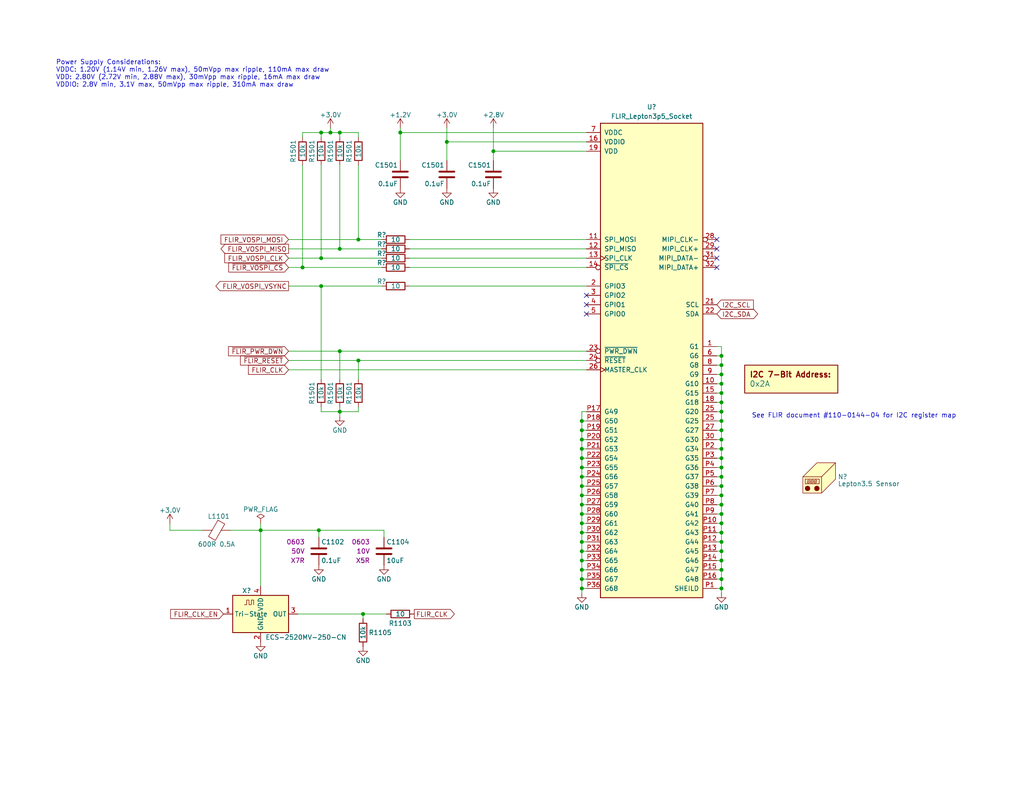
<source format=kicad_sch>
(kicad_sch (version 20230121) (generator eeschema)
  (paper "A")
  (title_block (title "Thermal Camera") (date "2023-11-13") (rev "PRELIM") (company "Drew Maatman and Michael Laffin"))
  (lib_symbols
    (symbol "Custom Library:+1.2V" (power) (pin_names (offset 0))
      (property "Value" "+1.2V" (at 0 3.556 0))
      (symbol "+1.2V_0_1"
        (polyline (pts (xy -0.762 1.27) (xy 0 2.54)))
        (polyline (pts (xy 0 0) (xy 0 2.54)))
        (polyline (pts (xy 0 2.54) (xy 0.762 1.27)))
      )
      (symbol "+1.2V_1_1"
        (pin power_in line (at 0 0 90) (length 0) hide (name "+1.2V") (number "1"))
      )
    )
    (symbol "Custom Library:+2.8V" (power) (pin_names (offset 0))
      (property "Value" "+2.8V" (at 0 3.556 0))
      (symbol "+2.8V_0_1"
        (polyline (pts (xy -0.762 1.27) (xy 0 2.54)))
        (polyline (pts (xy 0 0) (xy 0 2.54)))
        (polyline (pts (xy 0 2.54) (xy 0.762 1.27)))
      )
      (symbol "+2.8V_1_1"
        (pin power_in line (at 0 0 90) (length 0) hide (name "+2.8V") (number "1"))
      )
    )
    (symbol "Custom Library:+3.0V" (power) (pin_names (offset 0))
      (property "Value" "+3.0V" (at 0 3.556 0))
      (symbol "+3.0V_0_1"
        (polyline (pts (xy -0.762 1.27) (xy 0 2.54)))
        (polyline (pts (xy 0 0) (xy 0 2.54)))
        (polyline (pts (xy 0 2.54) (xy 0.762 1.27)))
      )
      (symbol "+3.0V_1_1"
        (pin power_in line (at 0 0 90) (length 0) hide (name "+3.0V") (number "1"))
      )
    )
    (symbol "Custom Library:FLIR_Lepton3p5_Socket" (pin_names (offset 1.016))
      (property "Reference" "U?" (at 0 -67.31 0))
      (property "Value" "FLIR_Lepton3p5_Socket" (at 0 66.04 0))
      (symbol "FLIR_Lepton3p5_Socket_0_0"
        (rectangle (start -13.97 64.77) (end 13.97 -64.77) (stroke (width 0.254)) (fill (type background)))
      )
      (symbol "FLIR_Lepton3p5_Socket_1_0"
        (pin power_in line (at 17.78 3.81 180) (length 3.81) (name "G1") (number "1"))
        (pin power_in line (at 17.78 -6.35 180) (length 3.81) (name "G10") (number "10"))
        (pin input line (at -17.78 33.02 0) (length 3.81) (name "SPI_MOSI") (number "11"))
        (pin input line (at -17.78 30.48 0) (length 3.81) (name "SPI_MISO") (number "12"))
        (pin input clock (at -17.78 27.94 0) (length 3.81) (name "SPI_CLK") (number "13"))
        (pin input inverted (at -17.78 25.4 0) (length 3.81) (name "~{SPI_CS}") (number "14"))
        (pin power_in line (at 17.78 -8.89 180) (length 3.81) (name "G15") (number "15"))
        (pin power_in line (at -17.78 59.69 0) (length 3.81) (name "VDDIO") (number "16"))
        (pin no_connect line (at -17.78 10.16 0) (length 3.81) hide (name "NC") (number "17"))
        (pin power_in line (at 17.78 -11.43 180) (length 3.81) (name "G18") (number "18"))
        (pin power_in line (at -17.78 57.15 0) (length 3.81) (name "VDD") (number "19"))
        (pin input line (at -17.78 20.32 0) (length 3.81) (name "GPIO3") (number "2"))
        (pin input line (at 17.78 15.24 180) (length 3.81) (name "SCL") (number "21"))
        (pin bidirectional line (at 17.78 12.7 180) (length 3.81) (name "SDA") (number "22"))
        (pin input inverted (at -17.78 2.54 0) (length 3.81) (name "~{PWR_DWN}") (number "23"))
        (pin input inverted (at -17.78 0 0) (length 3.81) (name "~{RESET}") (number "24"))
        (pin power_in line (at 17.78 -13.97 180) (length 3.81) (name "G20") (number "25"))
        (pin power_in line (at 17.78 -16.51 180) (length 3.81) (name "G25") (number "25"))
        (pin input clock (at -17.78 -2.54 0) (length 3.81) (name "MASTER_CLK") (number "26"))
        (pin power_in line (at 17.78 -19.05 180) (length 3.81) (name "G27") (number "27"))
        (pin input inverted (at 17.78 33.02 180) (length 3.81) (name "MIPI_CLK-") (number "28"))
        (pin input line (at 17.78 30.48 180) (length 3.81) (name "MIPI_CLK+") (number "29"))
        (pin input line (at -17.78 17.78 0) (length 3.81) (name "GPIO2") (number "3"))
        (pin power_in line (at 17.78 -21.59 180) (length 3.81) (name "G30") (number "30"))
        (pin output inverted (at 17.78 27.94 180) (length 3.81) (name "MIPI_DATA-") (number "31"))
        (pin output line (at 17.78 25.4 180) (length 3.81) (name "MIPI_DATA+") (number "32"))
        (pin input line (at -17.78 15.24 0) (length 3.81) (name "GPIO1") (number "4"))
        (pin input line (at -17.78 12.7 0) (length 3.81) (name "GPIO0") (number "5"))
        (pin power_in line (at 17.78 1.27 180) (length 3.81) (name "G6") (number "6"))
        (pin power_in line (at -17.78 62.23 0) (length 3.81) (name "VDDC") (number "7"))
        (pin power_in line (at 17.78 -1.27 180) (length 3.81) (name "G8") (number "8"))
        (pin power_in line (at 17.78 -3.81 180) (length 3.81) (name "G9") (number "9"))
        (pin power_in line (at 17.78 -62.23 180) (length 3.81) (name "SHEILD") (number "P1"))
        (pin power_in line (at 17.78 -44.45 180) (length 3.81) (name "G42") (number "P10"))
        (pin power_in line (at 17.78 -46.99 180) (length 3.81) (name "G43") (number "P11"))
        (pin power_in line (at 17.78 -49.53 180) (length 3.81) (name "G44") (number "P12"))
        (pin power_in line (at 17.78 -52.07 180) (length 3.81) (name "G45") (number "P13"))
        (pin power_in line (at 17.78 -54.61 180) (length 3.81) (name "G46") (number "P14"))
        (pin power_in line (at 17.78 -57.15 180) (length 3.81) (name "G47") (number "P15"))
        (pin power_in line (at 17.78 -59.69 180) (length 3.81) (name "G48") (number "P16"))
        (pin power_in line (at -17.78 -13.97 0) (length 3.81) (name "G49") (number "P17"))
        (pin power_in line (at -17.78 -16.51 0) (length 3.81) (name "G50") (number "P18"))
        (pin power_in line (at -17.78 -19.05 0) (length 3.81) (name "G51") (number "P19"))
        (pin power_in line (at 17.78 -24.13 180) (length 3.81) (name "G34") (number "P2"))
        (pin power_in line (at -17.78 -21.59 0) (length 3.81) (name "G52") (number "P20"))
        (pin power_in line (at -17.78 -24.13 0) (length 3.81) (name "G53") (number "P21"))
        (pin power_in line (at -17.78 -26.67 0) (length 3.81) (name "G54") (number "P22"))
        (pin power_in line (at -17.78 -29.21 0) (length 3.81) (name "G55") (number "P23"))
        (pin power_in line (at -17.78 -31.75 0) (length 3.81) (name "G56") (number "P24"))
        (pin power_in line (at -17.78 -34.29 0) (length 3.81) (name "G57") (number "P25"))
        (pin power_in line (at -17.78 -36.83 0) (length 3.81) (name "G58") (number "P26"))
        (pin power_in line (at -17.78 -39.37 0) (length 3.81) (name "G59") (number "P27"))
        (pin power_in line (at -17.78 -41.91 0) (length 3.81) (name "G60") (number "P28"))
        (pin power_in line (at -17.78 -44.45 0) (length 3.81) (name "G61") (number "P29"))
        (pin power_in line (at 17.78 -26.67 180) (length 3.81) (name "G35") (number "P3"))
        (pin power_in line (at -17.78 -46.99 0) (length 3.81) (name "G62") (number "P30"))
        (pin power_in line (at -17.78 -49.53 0) (length 3.81) (name "G63") (number "P31"))
        (pin power_in line (at -17.78 -52.07 0) (length 3.81) (name "G64") (number "P32"))
        (pin power_in line (at -17.78 -54.61 0) (length 3.81) (name "G65") (number "P33"))
        (pin power_in line (at -17.78 -57.15 0) (length 3.81) (name "G66") (number "P34"))
        (pin power_in line (at -17.78 -59.69 0) (length 3.81) (name "G67") (number "P35"))
        (pin power_in line (at -17.78 -62.23 0) (length 3.81) (name "G68") (number "P36"))
        (pin power_in line (at 17.78 -29.21 180) (length 3.81) (name "G36") (number "P4"))
        (pin power_in line (at 17.78 -31.75 180) (length 3.81) (name "G37") (number "P5"))
        (pin power_in line (at 17.78 -34.29 180) (length 3.81) (name "G38") (number "P6"))
        (pin power_in line (at 17.78 -36.83 180) (length 3.81) (name "G39") (number "P7"))
        (pin power_in line (at 17.78 -39.37 180) (length 3.81) (name "G40") (number "P8"))
        (pin power_in line (at 17.78 -41.91 180) (length 3.81) (name "G41") (number "P9"))
      )
    )
    (symbol "Custom Library:I2C_Address" (pin_names (offset 1.016))
      (property "Value" "I2C_Address" (at -11.43 0 0))
      (symbol "I2C_Address_0_0"
        (rectangle (start -12.7 5.08) (end 12.7 -2.54) (stroke (width 0.254)) (fill (type background)))
        (text "I2C 7-Bit Address:" (at -11.43 2.54 0) (effects (font (size 1.524 1.524) bold) (justify left)))
      )
    )
    (symbol "Custom_Library:C_Custom" (pin_numbers hide) (pin_names (offset 0.254))
      (property "Reference" "C" (at 0.635 2.54 0))
      (property "Value" "Custom_Library_C_Custom" (at 0.635 -2.54 0))
      (property "display_footprint" "Foot" (at -3.81 2.54 0))
      (property "Voltage" "V" (at -3.81 0 0))
      (property "Dielectric" "Er" (at -3.81 -2.54 0))
      (symbol "C_Custom_0_1"
        (polyline (pts (xy -2.032 -0.762) (xy 2.032 -0.762)) (stroke (width 0.508)))
        (polyline (pts (xy -2.032 0.762) (xy 2.032 0.762)) (stroke (width 0.508)))
      )
      (symbol "C_Custom_1_1"
        (pin passive line (at 0 3.81 270) (length 2.794) (name "~") (number "1"))
        (pin passive line (at 0 -3.81 90) (length 2.794) (name "~") (number "2"))
      )
    )
    (symbol "Custom_Library:R_Custom" (pin_numbers hide) (pin_names (offset 1.016) hide)
      (property "Reference" "R" (at -2.54 0 90))
      (property "Value" "Custom_Library_R_Custom" (at 0 0 90))
      (property "display_footprint" "Foot" (at 2.54 0 90))
      (property "Tolerance" "Tol" (at 5.08 0 90))
      (property "Wattage" "W" (at 7.62 0 90))
      (symbol "R_Custom_0_1"
        (rectangle (start 1.016 2.54) (end -1.016 -2.54) (stroke (width 0.254)))
      )
      (symbol "R_Custom_1_1"
        (pin passive line (at 0 3.81 270) (length 1.27) (name "1") (number "1"))
        (pin passive line (at 0 -3.81 90) (length 1.27) (name "2") (number "2"))
      )
    )
    (symbol "Device:Ferrite_Bead" (pin_numbers hide) (pin_names (offset 0))
      (property "Reference" "FB" (at -3.81 0.635 90))
      (property "Value" "Device_Ferrite_Bead" (at 3.81 0 90))
      (symbol "Ferrite_Bead_0_1"
        (polyline (pts (xy 0 -1.27) (xy 0 -1.2192)))
        (polyline (pts (xy 0 1.27) (xy 0 1.2954)))
        (polyline (pts (xy -2.7686 0.4064) (xy -1.7018 2.2606) (xy 2.7686 -0.3048) (xy 1.6764 -2.159) (xy -2.7686 0.4064)))
      )
      (symbol "Ferrite_Bead_1_1"
        (pin passive line (at 0 3.81 270) (length 2.54) (name "~") (number "1"))
        (pin passive line (at 0 -3.81 90) (length 2.54) (name "~") (number "2"))
      )
    )
    (symbol "Mechanical:Housing" (pin_names (offset 1.016))
      (property "Reference" "N" (at 3.81 0 0))
      (property "Value" "Housing" (at 3.81 -1.905 0))
      (symbol "Housing_0_1"
        (rectangle (start -5.08 -0.635) (end -1.27 -1.905))
        (circle (center -4.445 -3.175) (radius 0.635) (fill (type outline)))
        (circle (center -1.905 -3.175) (radius 0.635) (fill (type outline)))
        (polyline (pts (xy -4.5212 -1.5748) (xy -4.4704 -1.3716)))
        (polyline (pts (xy -4.4196 -1.6764) (xy -4.064 -1.6764)))
        (polyline (pts (xy -4.4196 -1.2192) (xy -4.3688 -0.9652)))
        (polyline (pts (xy -4.318 -1.3208) (xy -4.0132 -1.3208)))
        (polyline (pts (xy -4.2164 -0.9144) (xy -3.9116 -0.9144)))
        (polyline (pts (xy -3.9116 -1.6256) (xy -3.8608 -1.3716)))
        (polyline (pts (xy -3.81 -1.2192) (xy -3.7592 -0.9652)))
        (polyline (pts (xy -3.6068 -1.5748) (xy -3.556 -1.3716)))
        (polyline (pts (xy -3.5052 -1.6764) (xy -3.1496 -1.6764)))
        (polyline (pts (xy -3.5052 -1.2192) (xy -3.4544 -0.9652)))
        (polyline (pts (xy -3.4036 -1.3208) (xy -3.0988 -1.3208)))
        (polyline (pts (xy -3.302 -0.9144) (xy -2.9972 -0.9144)))
        (polyline (pts (xy -2.9972 -1.6256) (xy -2.9464 -1.3716)))
        (polyline (pts (xy -2.8956 -1.2192) (xy -2.8448 -0.9652)))
        (polyline (pts (xy -2.6924 -1.5748) (xy -2.6416 -1.3716)))
        (polyline (pts (xy -2.5908 -1.6764) (xy -2.2352 -1.6764)))
        (polyline (pts (xy -2.5908 -1.2192) (xy -2.54 -0.9652)))
        (polyline (pts (xy -2.4892 -1.3208) (xy -2.1844 -1.3208)))
        (polyline (pts (xy -2.3876 -0.9144) (xy -2.0828 -0.9144)))
        (polyline (pts (xy -2.0828 -1.6256) (xy -2.032 -1.3716)))
        (polyline (pts (xy -1.9812 -1.2192) (xy -1.9304 -0.9652)))
        (polyline (pts (xy -0.635 0) (xy -0.635 -4.445)))
        (polyline (pts (xy -5.715 0) (xy -0.635 0) (xy 3.175 3.81)))
        (polyline (pts (xy -5.715 0) (xy -5.715 -4.445) (xy -0.635 -4.445) (xy 3.175 -0.635) (xy 3.175 3.81) (xy -1.905 3.81) (xy -5.715 0)) (fill (type background)))
      )
    )
    (symbol "Oscillator:ECS-2520MV-xxx-xx"
      (property "Reference" "X" (at -5.08 6.35 0))
      (property "Value" "ECS-2520MV-xxx-xx" (at 1.27 -6.35 0))
      (symbol "ECS-2520MV-xxx-xx_0_1"
        (rectangle (start -7.62 5.08) (end 7.62 -5.08) (stroke (width 0.254)) (fill (type background)))
        (polyline (pts (xy -4.445 2.54) (xy -3.81 2.54) (xy -3.81 3.81) (xy -3.175 3.81) (xy -3.175 2.54) (xy -2.54 2.54) (xy -2.54 3.81) (xy -1.905 3.81) (xy -1.905 2.54)))
      )
      (symbol "ECS-2520MV-xxx-xx_1_1"
        (pin input line (at -10.16 0 0) (length 2.54) (name "Tri-State") (number "1"))
        (pin power_in line (at 0 -7.62 90) (length 2.54) (name "GND") (number "2"))
        (pin output line (at 10.16 0 180) (length 2.54) (name "OUT") (number "3"))
        (pin power_in line (at 0 7.62 270) (length 2.54) (name "VDD") (number "4"))
      )
    )
    (symbol "power:GND" (power) (pin_names (offset 0))
      (property "Value" "GND" (at 0 -3.81 0))
      (symbol "GND_0_1"
        (polyline (pts (xy 0 0) (xy 0 -1.27) (xy 1.27 -1.27) (xy 0 -2.54) (xy -1.27 -1.27) (xy 0 -1.27)))
      )
      (symbol "GND_1_1"
        (pin power_in line (at 0 0 270) (length 0) hide (name "GND") (number "1"))
      )
    )
    (symbol "power:PWR_FLAG" (power) (pin_numbers hide) (pin_names (offset 0) hide)
      (property "Value" "PWR_FLAG" (at 0 3.81 0))
      (symbol "PWR_FLAG_0_0"
        (pin power_out line (at 0 0 90) (length 0) (name "pwr") (number "1"))
      )
      (symbol "PWR_FLAG_0_1"
        (polyline (pts (xy 0 0) (xy 0 1.27) (xy -1.016 1.905) (xy 0 2.54) (xy 1.016 1.905) (xy 0 1.27)))
      )
    )
  )
  (junction (at 97.79 98.425))
  (junction (at 158.75 160.655))
  (junction (at 158.75 140.335))
  (junction (at 158.75 132.715))
  (junction (at 196.85 140.335))
  (junction (at 92.71 95.885))
  (junction (at 99.06 167.64))
  (junction (at 97.79 65.405))
  (junction (at 158.75 155.575))
  (junction (at 109.22 36.195))
  (junction (at 196.85 127.635))
  (junction (at 92.71 67.945))
  (junction (at 121.92 38.735))
  (junction (at 158.75 114.935))
  (junction (at 196.85 137.795))
  (junction (at 158.75 125.095))
  (junction (at 196.85 109.855))
  (junction (at 92.71 36.195))
  (junction (at 71.12 144.78))
  (junction (at 158.75 145.415))
  (junction (at 196.85 99.695))
  (junction (at 196.85 117.475))
  (junction (at 196.85 153.035))
  (junction (at 196.85 147.955))
  (junction (at 158.75 127.635))
  (junction (at 196.85 160.655))
  (junction (at 158.75 135.255))
  (junction (at 158.75 122.555))
  (junction (at 158.75 137.795))
  (junction (at 196.85 158.115))
  (junction (at 196.85 104.775))
  (junction (at 196.85 114.935))
  (junction (at 196.85 120.015))
  (junction (at 87.63 70.485))
  (junction (at 196.85 107.315))
  (junction (at 82.55 73.025))
  (junction (at 196.85 122.555))
  (junction (at 158.75 158.115))
  (junction (at 87.63 36.195))
  (junction (at 196.85 132.715))
  (junction (at 196.85 135.255))
  (junction (at 158.75 120.015))
  (junction (at 158.75 147.955))
  (junction (at 196.85 112.395))
  (junction (at 158.75 117.475))
  (junction (at 87.63 78.105))
  (junction (at 158.75 130.175))
  (junction (at 196.85 145.415))
  (junction (at 196.85 130.175))
  (junction (at 196.85 155.575))
  (junction (at 196.85 125.095))
  (junction (at 92.71 112.395))
  (junction (at 196.85 142.875))
  (junction (at 196.85 97.155))
  (junction (at 196.85 102.235))
  (junction (at 158.75 142.875))
  (junction (at 90.17 36.195))
  (junction (at 158.75 150.495))
  (junction (at 86.995 144.78))
  (junction (at 196.85 150.495))
  (junction (at 158.75 153.035))
  (junction (at 134.62 41.275))
  (no_connect (at 160.02 85.725))
  (no_connect (at 160.02 83.185))
  (no_connect (at 195.58 67.945))
  (no_connect (at 195.58 65.405))
  (no_connect (at 195.58 70.485))
  (no_connect (at 160.02 80.645))
  (no_connect (at 195.58 73.025))
  (wire (pts (xy 99.06 167.64) (xy 105.41 167.64)))
  (wire (pts (xy 196.85 140.335) (xy 196.85 137.795)))
  (wire (pts (xy 158.75 155.575) (xy 160.02 155.575)))
  (wire (pts (xy 195.58 150.495) (xy 196.85 150.495)))
  (wire (pts (xy 195.58 102.235) (xy 196.85 102.235)))
  (wire (pts (xy 195.58 104.775) (xy 196.85 104.775)))
  (wire (pts (xy 158.75 142.875) (xy 160.02 142.875)))
  (wire (pts (xy 86.995 144.78) (xy 71.12 144.78)))
  (wire (pts (xy 92.71 112.395) (xy 97.79 112.395)))
  (wire (pts (xy 86.995 144.78) (xy 104.775 144.78)))
  (wire (pts (xy 158.75 158.115) (xy 160.02 158.115)))
  (wire (pts (xy 158.75 125.095) (xy 160.02 125.095)))
  (wire (pts (xy 160.02 38.735) (xy 121.92 38.735)))
  (wire (pts (xy 195.58 112.395) (xy 196.85 112.395)))
  (wire (pts (xy 109.22 36.195) (xy 109.22 43.815)))
  (wire (pts (xy 196.85 107.315) (xy 196.85 104.775)))
  (wire (pts (xy 158.75 145.415) (xy 158.75 142.875)))
  (wire (pts (xy 195.58 99.695) (xy 196.85 99.695)))
  (wire (pts (xy 195.58 120.015) (xy 196.85 120.015)))
  (wire (pts (xy 158.75 132.715) (xy 158.75 130.175)))
  (wire (pts (xy 158.75 160.655) (xy 160.02 160.655)))
  (wire (pts (xy 104.14 67.945) (xy 92.71 67.945)))
  (wire (pts (xy 158.75 145.415) (xy 160.02 145.415)))
  (wire (pts (xy 196.85 127.635) (xy 196.85 125.095)))
  (wire (pts (xy 160.02 36.195) (xy 109.22 36.195)))
  (wire (pts (xy 92.71 36.195) (xy 90.17 36.195)))
  (wire (pts (xy 196.85 120.015) (xy 196.85 117.475)))
  (wire (pts (xy 78.74 100.965) (xy 160.02 100.965)))
  (wire (pts (xy 195.58 97.155) (xy 196.85 97.155)))
  (wire (pts (xy 92.71 95.885) (xy 160.02 95.885)))
  (wire (pts (xy 158.75 137.795) (xy 160.02 137.795)))
  (wire (pts (xy 90.17 36.195) (xy 90.17 34.925)))
  (wire (pts (xy 104.775 144.78) (xy 104.775 146.685)))
  (wire (pts (xy 158.75 153.035) (xy 160.02 153.035)))
  (wire (pts (xy 134.62 41.275) (xy 134.62 43.815)))
  (wire (pts (xy 71.12 144.78) (xy 71.12 160.02)))
  (wire (pts (xy 78.74 95.885) (xy 92.71 95.885)))
  (wire (pts (xy 158.75 122.555) (xy 160.02 122.555)))
  (wire (pts (xy 158.75 142.875) (xy 158.75 140.335)))
  (wire (pts (xy 195.58 137.795) (xy 196.85 137.795)))
  (wire (pts (xy 87.63 112.395) (xy 87.63 111.125)))
  (wire (pts (xy 196.85 147.955) (xy 196.85 145.415)))
  (wire (pts (xy 196.85 112.395) (xy 196.85 109.855)))
  (wire (pts (xy 196.85 160.655) (xy 196.85 158.115)))
  (wire (pts (xy 46.355 144.78) (xy 55.245 144.78)))
  (wire (pts (xy 111.76 65.405) (xy 160.02 65.405)))
  (wire (pts (xy 195.58 125.095) (xy 196.85 125.095)))
  (wire (pts (xy 196.85 161.925) (xy 196.85 160.655)))
  (wire (pts (xy 196.85 104.775) (xy 196.85 102.235)))
  (wire (pts (xy 82.55 73.025) (xy 78.74 73.025)))
  (wire (pts (xy 195.58 114.935) (xy 196.85 114.935)))
  (wire (pts (xy 196.85 94.615) (xy 195.58 94.615)))
  (wire (pts (xy 78.74 78.105) (xy 87.63 78.105)))
  (wire (pts (xy 111.76 73.025) (xy 160.02 73.025)))
  (wire (pts (xy 158.75 130.175) (xy 158.75 127.635)))
  (wire (pts (xy 196.85 130.175) (xy 196.85 127.635)))
  (wire (pts (xy 158.75 137.795) (xy 158.75 135.255)))
  (wire (pts (xy 99.06 168.91) (xy 99.06 167.64)))
  (wire (pts (xy 158.75 114.935) (xy 158.75 112.395)))
  (wire (pts (xy 87.63 112.395) (xy 92.71 112.395)))
  (wire (pts (xy 82.55 36.195) (xy 82.55 37.465)))
  (wire (pts (xy 196.85 135.255) (xy 196.85 132.715)))
  (wire (pts (xy 97.79 36.195) (xy 97.79 37.465)))
  (wire (pts (xy 196.85 109.855) (xy 196.85 107.315)))
  (wire (pts (xy 196.85 102.235) (xy 196.85 99.695)))
  (wire (pts (xy 195.58 127.635) (xy 196.85 127.635)))
  (wire (pts (xy 92.71 112.395) (xy 92.71 113.665)))
  (wire (pts (xy 87.63 36.195) (xy 82.55 36.195)))
  (wire (pts (xy 196.85 137.795) (xy 196.85 135.255)))
  (wire (pts (xy 158.75 153.035) (xy 158.75 150.495)))
  (wire (pts (xy 134.62 34.925) (xy 134.62 41.275)))
  (wire (pts (xy 158.75 114.935) (xy 160.02 114.935)))
  (wire (pts (xy 46.355 142.875) (xy 46.355 144.78)))
  (wire (pts (xy 196.85 153.035) (xy 196.85 150.495)))
  (wire (pts (xy 196.85 125.095) (xy 196.85 122.555)))
  (wire (pts (xy 111.76 67.945) (xy 160.02 67.945)))
  (wire (pts (xy 158.75 150.495) (xy 158.75 147.955)))
  (wire (pts (xy 195.58 140.335) (xy 196.85 140.335)))
  (wire (pts (xy 160.02 41.275) (xy 134.62 41.275)))
  (wire (pts (xy 196.85 142.875) (xy 196.85 140.335)))
  (wire (pts (xy 97.79 111.125) (xy 97.79 112.395)))
  (wire (pts (xy 71.12 142.875) (xy 71.12 144.78)))
  (wire (pts (xy 111.76 78.105) (xy 160.02 78.105)))
  (wire (pts (xy 92.71 45.085) (xy 92.71 67.945)))
  (wire (pts (xy 196.85 132.715) (xy 196.85 130.175)))
  (wire (pts (xy 158.75 147.955) (xy 158.75 145.415)))
  (wire (pts (xy 196.85 114.935) (xy 196.85 112.395)))
  (wire (pts (xy 86.995 146.685) (xy 86.995 144.78)))
  (wire (pts (xy 121.92 34.925) (xy 121.92 38.735)))
  (wire (pts (xy 82.55 45.085) (xy 82.55 73.025)))
  (wire (pts (xy 158.75 125.095) (xy 158.75 122.555)))
  (wire (pts (xy 104.14 65.405) (xy 97.79 65.405)))
  (wire (pts (xy 158.75 135.255) (xy 160.02 135.255)))
  (wire (pts (xy 196.85 117.475) (xy 196.85 114.935)))
  (wire (pts (xy 158.75 155.575) (xy 158.75 153.035)))
  (wire (pts (xy 158.75 160.655) (xy 158.75 158.115)))
  (wire (pts (xy 158.75 147.955) (xy 160.02 147.955)))
  (wire (pts (xy 104.14 73.025) (xy 82.55 73.025)))
  (wire (pts (xy 196.85 99.695) (xy 196.85 97.155)))
  (wire (pts (xy 195.58 135.255) (xy 196.85 135.255)))
  (wire (pts (xy 158.75 158.115) (xy 158.75 155.575)))
  (wire (pts (xy 158.75 117.475) (xy 160.02 117.475)))
  (wire (pts (xy 92.71 36.195) (xy 97.79 36.195)))
  (wire (pts (xy 97.79 98.425) (xy 160.02 98.425)))
  (wire (pts (xy 195.58 142.875) (xy 196.85 142.875)))
  (wire (pts (xy 196.85 158.115) (xy 196.85 155.575)))
  (wire (pts (xy 90.17 36.195) (xy 87.63 36.195)))
  (wire (pts (xy 195.58 107.315) (xy 196.85 107.315)))
  (wire (pts (xy 92.71 95.885) (xy 92.71 103.505)))
  (wire (pts (xy 97.79 98.425) (xy 97.79 103.505)))
  (wire (pts (xy 87.63 36.195) (xy 87.63 37.465)))
  (wire (pts (xy 196.85 97.155) (xy 196.85 94.615)))
  (wire (pts (xy 81.28 167.64) (xy 99.06 167.64)))
  (wire (pts (xy 158.75 140.335) (xy 160.02 140.335)))
  (wire (pts (xy 196.85 160.655) (xy 195.58 160.655)))
  (wire (pts (xy 158.75 127.635) (xy 158.75 125.095)))
  (wire (pts (xy 158.75 117.475) (xy 158.75 114.935)))
  (wire (pts (xy 196.85 145.415) (xy 196.85 142.875)))
  (wire (pts (xy 195.58 147.955) (xy 196.85 147.955)))
  (wire (pts (xy 158.75 112.395) (xy 160.02 112.395)))
  (wire (pts (xy 111.76 70.485) (xy 160.02 70.485)))
  (wire (pts (xy 158.75 132.715) (xy 160.02 132.715)))
  (wire (pts (xy 158.75 127.635) (xy 160.02 127.635)))
  (wire (pts (xy 121.92 38.735) (xy 121.92 43.815)))
  (wire (pts (xy 87.63 78.105) (xy 87.63 103.505)))
  (wire (pts (xy 195.58 153.035) (xy 196.85 153.035)))
  (wire (pts (xy 158.75 140.335) (xy 158.75 137.795)))
  (wire (pts (xy 109.22 34.925) (xy 109.22 36.195)))
  (wire (pts (xy 196.85 122.555) (xy 196.85 120.015)))
  (wire (pts (xy 104.14 70.485) (xy 87.63 70.485)))
  (wire (pts (xy 87.63 70.485) (xy 78.74 70.485)))
  (wire (pts (xy 92.71 112.395) (xy 92.71 111.125)))
  (wire (pts (xy 196.85 150.495) (xy 196.85 147.955)))
  (wire (pts (xy 97.79 45.085) (xy 97.79 65.405)))
  (wire (pts (xy 158.75 150.495) (xy 160.02 150.495)))
  (wire (pts (xy 195.58 145.415) (xy 196.85 145.415)))
  (wire (pts (xy 87.63 78.105) (xy 104.14 78.105)))
  (wire (pts (xy 196.85 155.575) (xy 196.85 153.035)))
  (wire (pts (xy 78.74 98.425) (xy 97.79 98.425)))
  (wire (pts (xy 195.58 109.855) (xy 196.85 109.855)))
  (wire (pts (xy 158.75 135.255) (xy 158.75 132.715)))
  (wire (pts (xy 62.865 144.78) (xy 71.12 144.78)))
  (wire (pts (xy 195.58 130.175) (xy 196.85 130.175)))
  (wire (pts (xy 158.75 120.015) (xy 160.02 120.015)))
  (wire (pts (xy 195.58 132.715) (xy 196.85 132.715)))
  (wire (pts (xy 158.75 122.555) (xy 158.75 120.015)))
  (wire (pts (xy 92.71 37.465) (xy 92.71 36.195)))
  (wire (pts (xy 97.79 65.405) (xy 78.74 65.405)))
  (wire (pts (xy 158.75 120.015) (xy 158.75 117.475)))
  (wire (pts (xy 87.63 45.085) (xy 87.63 70.485)))
  (wire (pts (xy 158.75 130.175) (xy 160.02 130.175)))
  (wire (pts (xy 158.75 161.925) (xy 158.75 160.655)))
  (wire (pts (xy 195.58 155.575) (xy 196.85 155.575)))
  (wire (pts (xy 195.58 158.115) (xy 196.85 158.115)))
  (wire (pts (xy 195.58 122.555) (xy 196.85 122.555)))
  (wire (pts (xy 195.58 117.475) (xy 196.85 117.475)))
  (wire (pts (xy 92.71 67.945) (xy 78.74 67.945)))
  (text "Power Supply Considerations:\nVDDC: 1.20V (1.14V min, 1.26V max), 50mVpp max ripple, 110mA max draw\nVDD: 2.80V (2.72V min, 2.88V max), 30mVpp max ripple, 16mA max draw\nVDDIO: 2.8V min, 3.1V max, 50mVpp max ripple, 310mA max draw\n\n" (at 15.24 26.035 0) (effects (font (size 1.27 1.27)) (justify left bottom)))
  (text "See FLIR document #110-0144-04 for I2C register map" (at 205.105 114.3 0) (effects (font (size 1.27 1.27)) (justify left bottom)))
  (global_label "~{FLIR_VOSPI_CS}" (shape input) (at 78.74 73.025 180) (property "Intersheetrefs" "${INTERSHEET_REFS}" (effects hide)))
  (global_label "FLIR_VOSPI_CLK" (shape input) (at 78.74 70.485 180) (property "Intersheetrefs" "${INTERSHEET_REFS}" (effects hide)))
  (global_label "FLIR_CLK_EN" (shape input) (at 60.96 167.64 180) (property "Intersheetrefs" "${INTERSHEET_REFS}" (effects hide)))
  (global_label "I2C_SCL" (shape input) (at 195.58 83.185 0) (property "Intersheetrefs" "${INTERSHEET_REFS}" (effects hide)))
  (global_label "FLIR_VOSPI_VSYNC" (shape output) (at 78.74 78.105 180) (property "Intersheetrefs" "${INTERSHEET_REFS}" (effects hide)))
  (global_label "FLIR_VOSPI_MISO" (shape output) (at 78.74 67.945 180) (property "Intersheetrefs" "${INTERSHEET_REFS}" (effects hide)))
  (global_label "FLIR_CLK" (shape input) (at 78.74 100.965 180) (property "Intersheetrefs" "${INTERSHEET_REFS}" (effects hide)))
  (global_label "FLIR_CLK" (shape output) (at 113.03 167.64 0) (property "Intersheetrefs" "${INTERSHEET_REFS}" (effects hide)))
  (global_label "~{FLIR_PWR_DWN}" (shape input) (at 78.74 95.885 180) (property "Intersheetrefs" "${INTERSHEET_REFS}" (effects hide)))
  (global_label "I2C_SDA" (shape bidirectional) (at 195.58 85.725 0) (property "Intersheetrefs" "${INTERSHEET_REFS}" (effects hide)))
  (global_label "~{FLIR_RESET}" (shape input) (at 78.74 98.425 180) (property "Intersheetrefs" "${INTERSHEET_REFS}" (effects hide)))
  (global_label "FLIR_VOSPI_MOSI" (shape input) (at 78.74 65.405 180) (property "Intersheetrefs" "${INTERSHEET_REFS}" (effects hide)))
  (symbol (lib_id "Mechanical:Housing") (at 224.79 130.175 0) (unit 1)
    (property "Reference" "N?" (at 228.6 130.175 0) (effects (justify left)))
    (property "Value" "Lepton3.5 Sensor" (at 228.6 132.08 0) (effects (justify left)))
    (property "Datasheet" "https://www.flir.com/globalassets/imported-assets/document/flir-lepton-engineering-datasheet.pdf" (effects hide))
    (property "Digi-Key PN" "500-0771-01-ND" (effects hide))
  )
  (symbol (lib_id "Custom_Library:R_Custom") (at 109.22 167.64 90) (unit 1)
    (property "Reference" "R1103" (at 109.22 170.18 90))
    (property "Value" "10" (at 109.22 167.64 90))
    (property "Footprint" "Resistors_SMD:R_0603" (effects hide))
    (property "display_footprint" "0603" (effects hide))
    (property "Tolerance" "1%" (effects hide))
    (property "Wattage" "1/10W" (effects hide))
    (property "Digi-Key PN" "541-10.0HCT-ND" (effects hide))
    (instances (project "Nixie_Clock_Core" (path "" (reference "R1103") (unit 1))) (project "LED_Panel_Controller" (path "" (reference "R?") (unit 1)) (path "" (reference "R?") (unit 1))) (project "Thermal_Camera" (path "" (reference "R?") (unit 1)) (path "" (reference "R?") (unit 1))))
  )
  (symbol (lib_id "Custom Library:+3.0V") (at 121.92 34.925 0) (unit 1)
    (property "Reference" "#PWR01806" (effects hide))
    (property "Value" "+3.0V" (at 121.92 31.369 0))
  )
  (symbol (lib_id "Custom_Library:R_Custom") (at 107.95 78.105 270) (unit 1)
    (property "Reference" "R?" (at 105.41 76.835 90) (effects (justify right)))
    (property "Value" "10" (at 107.95 78.105 90))
    (property "Footprint" "Resistors_SMD:R_0603" (effects hide))
    (property "display_footprint" "0603" (effects hide))
    (property "Tolerance" "1%" (effects hide))
    (property "Wattage" "1/10W" (effects hide))
    (property "Digi-Key PN" "541-2982-1-ND" (effects hide))
    (instances (project "Thermal_Camera" (path "" (reference "R?") (unit 1)) (path "" (reference "R?") (unit 1))) (project "LED_Panel_Controller" (path "" (reference "R?") (unit 1)) (path "" (reference "R?") (unit 1)) (path "" (reference "R?") (unit 1)) (path "" (reference "R?") (unit 1))) (project "USB_Hub" (path "" (reference "R302") (unit 1))))
  )
  (symbol (lib_id "Custom_Library:C_Custom") (at 86.995 150.495 0) (unit 1)
    (property "Reference" "C1102" (at 87.63 147.955 0) (effects (justify left)))
    (property "Value" "0.1uF" (at 87.63 153.035 0) (effects (justify left)))
    (property "Footprint" "Capacitors_SMD:C_0603" (effects hide))
    (property "display_footprint" "0603" (at 83.185 147.955 0) (effects (justify right)))
    (property "Voltage" "50V" (at 83.185 150.495 0) (effects (justify right)))
    (property "Dielectric" "X7R" (at 83.185 153.035 0) (effects (justify right)))
    (property "Digi-Key PN" "1276-1935-1-ND" (effects hide))
    (instances (project "Nixie_Clock_Core" (path "" (reference "C1102") (unit 1))) (project "LED_Panel_Controller" (path "" (reference "C?") (unit 1)) (path "" (reference "C?") (unit 1))) (project "Thermal_Camera" (path "" (reference "C?") (unit 1)) (path "" (reference "C?") (unit 1))))
  )
  (symbol (lib_id "Custom Library:+2.8V") (at 134.62 34.925 0) (unit 1)
    (property "Reference" "#PWR01808" (effects hide))
    (property "Value" "+2.8V" (at 134.62 31.369 0))
  )
  (symbol (lib_id "Custom_Library:R_Custom") (at 97.79 107.315 0) (unit 1)
    (property "Reference" "R1501" (at 95.25 107.315 90))
    (property "Value" "10k" (at 97.79 109.093 90) (effects (justify left)))
    (property "Footprint" "Resistors_SMD:R_0603" (effects hide))
    (property "display_footprint" "0603" (effects hide))
    (property "Tolerance" "1%" (effects hide))
    (property "Wattage" "1/10W" (effects hide))
    (property "Digi-Key PN" "541-10.0KHCT-ND" (effects hide))
    (instances (project "Nixie_Clock_Core" (path "" (reference "R1501") (unit 1))) (project "LED_Panel_Controller" (path "" (reference "R?") (unit 1)) (path "" (reference "R?") (unit 1)) (path "" (reference "R?") (unit 1)) (path "" (reference "R?") (unit 1)) (path "" (reference "R?") (unit 1)) (path "" (reference "R?") (unit 1))) (project "Thermal_Camera" (path "" (reference "R?") (unit 1)) (path "" (reference "R?") (unit 1))))
  )
  (symbol (lib_id "power:GND") (at 121.92 51.435 0) (unit 1)
    (property "Reference" "#PWR01508" (effects hide))
    (property "Value" "GND" (at 121.92 55.245 0))
    (instances (project "Nixie_Clock_Core" (path "" (reference "#PWR01508") (unit 1))) (project "LED_Panel_Controller" (path "" (reference "#PWR?") (unit 1)) (path "" (reference "#PWR?") (unit 1)) (path "" (reference "#PWR?") (unit 1)) (path "" (reference "#PWR?") (unit 1))) (project "Thermal_Camera" (path "" (reference "#PWR02003") (unit 1)) (path "" (reference "#PWR01804") (unit 1))))
  )
  (symbol (lib_id "Custom Library:+1.2V") (at 109.22 34.925 0) (unit 1)
    (property "Reference" "#PWR01807" (effects hide))
    (property "Value" "+1.2V" (at 109.22 31.369 0))
  )
  (symbol (lib_id "power:GND") (at 104.775 154.305 0) (unit 1)
    (property "Reference" "#PWR01115" (effects hide))
    (property "Value" "GND" (at 104.775 158.115 0))
    (instances (project "Nixie_Clock_Core" (path "" (reference "#PWR01115") (unit 1))) (project "LED_Panel_Controller" (path "" (reference "#PWR?") (unit 1))) (project "Thermal_Camera" (path "" (reference "#PWR01015") (unit 1)) (path "" (reference "#PWR02625") (unit 1))))
  )
  (symbol (lib_id "Device:Ferrite_Bead") (at 59.055 144.78 270) (unit 1)
    (property "Reference" "L1101" (at 59.69 140.97 90))
    (property "Value" "600R 0.5A" (at 59.055 148.59 90))
    (property "Footprint" "Inductors_SMD:L_0603" (effects hide))
    (property "Digi-Key PN" "490-1014-1-ND" (effects hide))
    (instances (project "Nixie_Clock_Core" (path "" (reference "L1101") (unit 1))) (project "LED_Panel_Controller" (path "" (reference "L?") (unit 1)) (path "" (reference "L?") (unit 1)) (path "" (reference "L?") (unit 1)) (path "" (reference "L?") (unit 1)) (path "" (reference "L?") (unit 1))) (project "Thermal_Camera" (path "" (reference "L?") (unit 1)) (path "" (reference "L?") (unit 1))))
  )
  (symbol (lib_id "Custom_Library:R_Custom") (at 107.95 70.485 270) (unit 1)
    (property "Reference" "R?" (at 105.41 69.215 90) (effects (justify right)))
    (property "Value" "10" (at 107.95 70.485 90))
    (property "Footprint" "Resistors_SMD:R_0603" (effects hide))
    (property "display_footprint" "0603" (effects hide))
    (property "Tolerance" "1%" (effects hide))
    (property "Wattage" "1/10W" (effects hide))
    (property "Digi-Key PN" "541-2982-1-ND" (effects hide))
    (instances (project "Thermal_Camera" (path "" (reference "R?") (unit 1)) (path "" (reference "R?") (unit 1))) (project "LED_Panel_Controller" (path "" (reference "R?") (unit 1)) (path "" (reference "R?") (unit 1)) (path "" (reference "R?") (unit 1)) (path "" (reference "R?") (unit 1))) (project "USB_Hub" (path "" (reference "R302") (unit 1))))
  )
  (symbol (lib_id "Custom_Library:R_Custom") (at 97.79 41.275 0) (unit 1)
    (property "Reference" "R1501" (at 95.25 41.275 90))
    (property "Value" "10k" (at 97.79 43.053 90) (effects (justify left)))
    (property "Footprint" "Resistors_SMD:R_0603" (effects hide))
    (property "display_footprint" "0603" (effects hide))
    (property "Tolerance" "1%" (effects hide))
    (property "Wattage" "1/10W" (effects hide))
    (property "Digi-Key PN" "541-10.0KHCT-ND" (effects hide))
    (instances (project "Nixie_Clock_Core" (path "" (reference "R1501") (unit 1))) (project "LED_Panel_Controller" (path "" (reference "R?") (unit 1)) (path "" (reference "R?") (unit 1)) (path "" (reference "R?") (unit 1)) (path "" (reference "R?") (unit 1)) (path "" (reference "R?") (unit 1)) (path "" (reference "R?") (unit 1))) (project "Thermal_Camera" (path "" (reference "R?") (unit 1)) (path "" (reference "R?") (unit 1))))
  )
  (symbol (lib_id "power:GND") (at 99.06 176.53 0) (unit 1)
    (property "Reference" "#PWR01113" (effects hide))
    (property "Value" "GND" (at 99.06 180.34 0))
    (instances (project "Nixie_Clock_Core" (path "" (reference "#PWR01113") (unit 1))) (project "LED_Panel_Controller" (path "" (reference "#PWR?") (unit 1)) (path "" (reference "#PWR?") (unit 1)) (path "" (reference "#PWR?") (unit 1)) (path "" (reference "#PWR?") (unit 1)) (path "" (reference "#PWR?") (unit 1))) (project "Thermal_Camera" (path "" (reference "#PWR01013") (unit 1)) (path "" (reference "#PWR02624") (unit 1))))
  )
  (symbol (lib_id "Custom Library:+3.0V") (at 90.17 34.925 0) (unit 1)
    (property "Reference" "#PWR02401" (effects hide))
    (property "Value" "+3.0V" (at 90.17 31.369 0))
  )
  (symbol (lib_id "power:GND") (at 196.85 161.925 0) (unit 1)
    (property "Reference" "#PWR01802" (effects hide))
    (property "Value" "GND" (at 196.85 165.735 0))
  )
  (symbol (lib_id "Custom Library:+3.0V") (at 46.355 142.875 0) (mirror y) (unit 1)
    (property "Reference" "#PWR02621" (effects hide))
    (property "Value" "+3.0V" (at 46.355 139.319 0))
  )
  (symbol (lib_id "Custom_Library:R_Custom") (at 99.06 172.72 0) (mirror y) (unit 1)
    (property "Reference" "R1105" (at 100.584 172.72 0) (effects (justify right)))
    (property "Value" "10k" (at 99.06 172.72 90))
    (property "Footprint" "Resistors_SMD:R_0603" (effects hide))
    (property "display_footprint" "0603" (effects hide))
    (property "Tolerance" "1%" (effects hide))
    (property "Wattage" "1/10W" (effects hide))
    (property "Digi-Key PN" "541-10.0KHCT-ND" (effects hide))
    (instances (project "Nixie_Clock_Core" (path "" (reference "R1105") (unit 1))) (project "LED_Panel_Controller" (path "" (reference "R?") (unit 1)) (path "" (reference "R?") (unit 1)) (path "" (reference "R?") (unit 1)) (path "" (reference "R?") (unit 1)) (path "" (reference "R?") (unit 1)) (path "" (reference "R?") (unit 1)) (path "" (reference "R?") (unit 1)) (path "" (reference "R?") (unit 1)) (path "" (reference "R?") (unit 1)) (path "" (reference "R?") (unit 1)) (path "" (reference "R?") (unit 1))) (project "Thermal_Camera" (path "" (reference "R?") (unit 1)) (path "" (reference "R?") (unit 1))))
  )
  (symbol (lib_id "power:GND") (at 134.62 51.435 0) (unit 1)
    (property "Reference" "#PWR01508" (effects hide))
    (property "Value" "GND" (at 134.62 55.245 0))
    (instances (project "Nixie_Clock_Core" (path "" (reference "#PWR01508") (unit 1))) (project "LED_Panel_Controller" (path "" (reference "#PWR?") (unit 1)) (path "" (reference "#PWR?") (unit 1)) (path "" (reference "#PWR?") (unit 1)) (path "" (reference "#PWR?") (unit 1))) (project "Thermal_Camera" (path "" (reference "#PWR02003") (unit 1)) (path "" (reference "#PWR01803") (unit 1))))
  )
  (symbol (lib_id "Custom_Library:R_Custom") (at 92.71 41.275 0) (unit 1)
    (property "Reference" "R1501" (at 90.17 41.275 90))
    (property "Value" "10k" (at 92.71 43.053 90) (effects (justify left)))
    (property "Footprint" "Resistors_SMD:R_0603" (effects hide))
    (property "display_footprint" "0603" (effects hide))
    (property "Tolerance" "1%" (effects hide))
    (property "Wattage" "1/10W" (effects hide))
    (property "Digi-Key PN" "541-10.0KHCT-ND" (effects hide))
    (instances (project "Nixie_Clock_Core" (path "" (reference "R1501") (unit 1))) (project "LED_Panel_Controller" (path "" (reference "R?") (unit 1)) (path "" (reference "R?") (unit 1)) (path "" (reference "R?") (unit 1)) (path "" (reference "R?") (unit 1)) (path "" (reference "R?") (unit 1)) (path "" (reference "R?") (unit 1))) (project "Thermal_Camera" (path "" (reference "R?") (unit 1)) (path "" (reference "R?") (unit 1))))
  )
  (symbol (lib_id "Custom Library:I2C_Address") (at 215.9 104.775 0) (unit 1)
    (property "Reference" "DOC?" (effects hide))
    (property "Value" "0x2A" (at 204.47 104.775 0) (effects (font (size 1.524 1.524)) (justify left)))
  )
  (symbol (lib_id "power:GND") (at 109.22 51.435 0) (unit 1)
    (property "Reference" "#PWR01508" (effects hide))
    (property "Value" "GND" (at 109.22 55.245 0))
    (instances (project "Nixie_Clock_Core" (path "" (reference "#PWR01508") (unit 1))) (project "LED_Panel_Controller" (path "" (reference "#PWR?") (unit 1)) (path "" (reference "#PWR?") (unit 1)) (path "" (reference "#PWR?") (unit 1)) (path "" (reference "#PWR?") (unit 1))) (project "Thermal_Camera" (path "" (reference "#PWR02003") (unit 1)) (path "" (reference "#PWR01805") (unit 1))))
  )
  (symbol (lib_id "Custom_Library:R_Custom") (at 107.95 73.025 270) (unit 1)
    (property "Reference" "R?" (at 105.41 71.755 90) (effects (justify right)))
    (property "Value" "10" (at 107.95 73.025 90))
    (property "Footprint" "Resistors_SMD:R_0603" (effects hide))
    (property "display_footprint" "0603" (effects hide))
    (property "Tolerance" "1%" (effects hide))
    (property "Wattage" "1/10W" (effects hide))
    (property "Digi-Key PN" "541-2982-1-ND" (effects hide))
    (instances (project "Thermal_Camera" (path "" (reference "R?") (unit 1)) (path "" (reference "R?") (unit 1))) (project "LED_Panel_Controller" (path "" (reference "R?") (unit 1)) (path "" (reference "R?") (unit 1)) (path "" (reference "R?") (unit 1)) (path "" (reference "R?") (unit 1))) (project "USB_Hub" (path "" (reference "R302") (unit 1))))
  )
  (symbol (lib_id "power:PWR_FLAG") (at 71.12 142.875 0) (unit 1)
    (property "Reference" "#FLG01101" (effects hide))
    (property "Value" "PWR_FLAG" (at 71.12 139.065 0))
    (instances (project "Nixie_Clock_Core" (path "" (reference "#FLG01101") (unit 1))) (project "LED_Panel_Controller" (path "" (reference "#FLG?") (unit 1))) (project "Thermal_Camera" (path "" (reference "#FLG01001") (unit 1)) (path "" (reference "#FLG02601") (unit 1))))
  )
  (symbol (lib_id "Oscillator:ECS-2520MV-xxx-xx") (at 71.12 167.64 0) (unit 1)
    (property "Reference" "X?" (at 66.04 161.29 0) (effects (justify left)))
    (property "Value" "ECS-2520MV-250-CN" (at 72.39 173.99 0) (effects (justify left)))
    (property "Footprint" "Oscillator:Oscillator_SMD_ECS_2520MV-xxx-xx-4Pin_2.5x2.0mm" (effects hide))
    (property "Datasheet" "https://www.ecsxtal.com/store/pdf/ECS-2520MV.pdf" (effects hide))
    (property "Digi-Key PN" "XC2752CT-ND" (effects hide))
  )
  (symbol (lib_id "power:GND") (at 92.71 113.665 0) (mirror y) (unit 1)
    (property "Reference" "#PWR02620" (effects hide))
    (property "Value" "GND" (at 92.71 117.475 0))
  )
  (symbol (lib_id "power:GND") (at 86.995 154.305 0) (unit 1)
    (property "Reference" "#PWR01111" (effects hide))
    (property "Value" "GND" (at 86.995 158.115 0))
    (instances (project "Nixie_Clock_Core" (path "" (reference "#PWR01111") (unit 1))) (project "LED_Panel_Controller" (path "" (reference "#PWR?") (unit 1))) (project "Thermal_Camera" (path "" (reference "#PWR01011") (unit 1)) (path "" (reference "#PWR02623") (unit 1))))
  )
  (symbol (lib_id "power:GND") (at 71.12 175.26 0) (unit 1)
    (property "Reference" "#PWR01109" (effects hide))
    (property "Value" "GND" (at 71.12 179.07 0))
    (instances (project "Nixie_Clock_Core" (path "" (reference "#PWR01109") (unit 1))) (project "LED_Panel_Controller" (path "" (reference "#PWR?") (unit 1))) (project "Thermal_Camera" (path "" (reference "#PWR01009") (unit 1)) (path "" (reference "#PWR02622") (unit 1))))
  )
  (symbol (lib_id "Custom_Library:R_Custom") (at 92.71 107.315 0) (unit 1)
    (property "Reference" "R1501" (at 90.17 107.315 90))
    (property "Value" "10k" (at 92.71 109.093 90) (effects (justify left)))
    (property "Footprint" "Resistors_SMD:R_0603" (effects hide))
    (property "display_footprint" "0603" (effects hide))
    (property "Tolerance" "1%" (effects hide))
    (property "Wattage" "1/10W" (effects hide))
    (property "Digi-Key PN" "541-10.0KHCT-ND" (effects hide))
    (instances (project "Nixie_Clock_Core" (path "" (reference "R1501") (unit 1))) (project "LED_Panel_Controller" (path "" (reference "R?") (unit 1)) (path "" (reference "R?") (unit 1)) (path "" (reference "R?") (unit 1)) (path "" (reference "R?") (unit 1)) (path "" (reference "R?") (unit 1)) (path "" (reference "R?") (unit 1))) (project "Thermal_Camera" (path "" (reference "R?") (unit 1)) (path "" (reference "R?") (unit 1))))
  )
  (symbol (lib_id "Custom_Library:C_Custom") (at 121.92 47.625 0) (mirror y) (unit 1)
    (property "Reference" "C1501" (at 121.285 45.085 0) (effects (justify left)))
    (property "Value" "0.1uF" (at 121.285 50.165 0) (effects (justify left)))
    (property "Footprint" "Capacitors_SMD:C_0603" (effects hide))
    (property "Digi-Key PN" "1276-1935-1-ND" (effects hide))
    (property "display_footprint" "0603" (effects hide))
    (property "Voltage" "50V" (effects hide))
    (property "Dielectric" "X7R" (effects hide))
    (instances (project "Nixie_Clock_Core" (path "" (reference "C1501") (unit 1))) (project "LED_Panel_Controller" (path "" (reference "C?") (unit 1)) (path "" (reference "C?") (unit 1)) (path "" (reference "C?") (unit 1)) (path "" (reference "C?") (unit 1)) (path "" (reference "C?") (unit 1)) (path "" (reference "C?") (unit 1)) (path "" (reference "C?") (unit 1)) (path "" (reference "C?") (unit 1))) (project "Thermal_Camera" (path "" (reference "C?") (unit 1)) (path "" (reference "C?") (unit 1))))
  )
  (symbol (lib_id "Custom_Library:R_Custom") (at 107.95 65.405 270) (unit 1)
    (property "Reference" "R?" (at 105.41 64.135 90) (effects (justify right)))
    (property "Value" "10" (at 107.95 65.405 90))
    (property "Footprint" "Resistors_SMD:R_0603" (effects hide))
    (property "display_footprint" "0603" (effects hide))
    (property "Tolerance" "1%" (effects hide))
    (property "Wattage" "1/10W" (effects hide))
    (property "Digi-Key PN" "541-2982-1-ND" (effects hide))
    (instances (project "Thermal_Camera" (path "" (reference "R?") (unit 1)) (path "" (reference "R?") (unit 1))) (project "LED_Panel_Controller" (path "" (reference "R?") (unit 1)) (path "" (reference "R?") (unit 1)) (path "" (reference "R?") (unit 1)) (path "" (reference "R?") (unit 1))) (project "USB_Hub" (path "" (reference "R302") (unit 1))))
  )
  (symbol (lib_id "power:GND") (at 158.75 161.925 0) (unit 1)
    (property "Reference" "#PWR01801" (effects hide))
    (property "Value" "GND" (at 158.75 165.735 0))
  )
  (symbol (lib_id "Custom_Library:R_Custom") (at 82.55 41.275 0) (unit 1)
    (property "Reference" "R1501" (at 80.01 41.275 90))
    (property "Value" "10k" (at 82.55 43.053 90) (effects (justify left)))
    (property "Footprint" "Resistors_SMD:R_0603" (effects hide))
    (property "display_footprint" "0603" (effects hide))
    (property "Tolerance" "1%" (effects hide))
    (property "Wattage" "1/10W" (effects hide))
    (property "Digi-Key PN" "541-10.0KHCT-ND" (effects hide))
    (instances (project "Nixie_Clock_Core" (path "" (reference "R1501") (unit 1))) (project "LED_Panel_Controller" (path "" (reference "R?") (unit 1)) (path "" (reference "R?") (unit 1)) (path "" (reference "R?") (unit 1)) (path "" (reference "R?") (unit 1)) (path "" (reference "R?") (unit 1)) (path "" (reference "R?") (unit 1))) (project "Thermal_Camera" (path "" (reference "R?") (unit 1)) (path "" (reference "R?") (unit 1))))
  )
  (symbol (lib_id "Custom_Library:R_Custom") (at 87.63 107.315 0) (unit 1)
    (property "Reference" "R1501" (at 85.09 107.315 90))
    (property "Value" "10k" (at 87.63 109.093 90) (effects (justify left)))
    (property "Footprint" "Resistors_SMD:R_0603" (effects hide))
    (property "display_footprint" "0603" (effects hide))
    (property "Tolerance" "1%" (effects hide))
    (property "Wattage" "1/10W" (effects hide))
    (property "Digi-Key PN" "541-10.0KHCT-ND" (effects hide))
    (instances (project "Nixie_Clock_Core" (path "" (reference "R1501") (unit 1))) (project "LED_Panel_Controller" (path "" (reference "R?") (unit 1)) (path "" (reference "R?") (unit 1)) (path "" (reference "R?") (unit 1)) (path "" (reference "R?") (unit 1)) (path "" (reference "R?") (unit 1)) (path "" (reference "R?") (unit 1))) (project "Thermal_Camera" (path "" (reference "R?") (unit 1)) (path "" (reference "R?") (unit 1))))
  )
  (symbol (lib_id "Custom_Library:R_Custom") (at 107.95 67.945 270) (unit 1)
    (property "Reference" "R?" (at 105.41 66.675 90) (effects (justify right)))
    (property "Value" "10" (at 107.95 67.945 90))
    (property "Footprint" "Resistors_SMD:R_0603" (effects hide))
    (property "display_footprint" "0603" (effects hide))
    (property "Tolerance" "1%" (effects hide))
    (property "Wattage" "1/10W" (effects hide))
    (property "Digi-Key PN" "541-2982-1-ND" (effects hide))
    (instances (project "Thermal_Camera" (path "" (reference "R?") (unit 1)) (path "" (reference "R?") (unit 1))) (project "LED_Panel_Controller" (path "" (reference "R?") (unit 1)) (path "" (reference "R?") (unit 1)) (path "" (reference "R?") (unit 1)) (path "" (reference "R?") (unit 1))) (project "USB_Hub" (path "" (reference "R302") (unit 1))))
  )
  (symbol (lib_id "Custom_Library:C_Custom") (at 109.22 47.625 0) (mirror y) (unit 1)
    (property "Reference" "C1501" (at 108.585 45.085 0) (effects (justify left)))
    (property "Value" "0.1uF" (at 108.585 50.165 0) (effects (justify left)))
    (property "Footprint" "Capacitors_SMD:C_0603" (effects hide))
    (property "Digi-Key PN" "1276-1935-1-ND" (effects hide))
    (property "display_footprint" "0603" (effects hide))
    (property "Voltage" "50V" (effects hide))
    (property "Dielectric" "X7R" (effects hide))
    (instances (project "Nixie_Clock_Core" (path "" (reference "C1501") (unit 1))) (project "LED_Panel_Controller" (path "" (reference "C?") (unit 1)) (path "" (reference "C?") (unit 1)) (path "" (reference "C?") (unit 1)) (path "" (reference "C?") (unit 1)) (path "" (reference "C?") (unit 1)) (path "" (reference "C?") (unit 1)) (path "" (reference "C?") (unit 1)) (path "" (reference "C?") (unit 1))) (project "Thermal_Camera" (path "" (reference "C?") (unit 1)) (path "" (reference "C?") (unit 1))))
  )
  (symbol (lib_id "Custom_Library:C_Custom") (at 104.775 150.495 0) (unit 1)
    (property "Reference" "C1104" (at 105.41 147.955 0) (effects (justify left)))
    (property "Value" "10uF" (at 105.41 153.035 0) (effects (justify left)))
    (property "Footprint" "Capacitors_SMD:C_0603" (effects hide))
    (property "display_footprint" "0603" (at 100.965 147.955 0) (effects (justify right)))
    (property "Voltage" "10V" (at 100.965 150.495 0) (effects (justify right)))
    (property "Dielectric" "X5R" (at 100.965 153.035 0) (effects (justify right)))
    (property "Digi-Key PN" "1276-1871-1-ND" (effects hide))
    (instances (project "Nixie_Clock_Core" (path "" (reference "C1104") (unit 1))) (project "LED_Panel_Controller" (path "" (reference "C?") (unit 1)) (path "" (reference "C?") (unit 1)) (path "" (reference "C?") (unit 1)) (path "" (reference "C?") (unit 1)) (path "" (reference "C?") (unit 1)) (path "" (reference "C?") (unit 1)) (path "" (reference "C?") (unit 1)) (path "" (reference "C?") (unit 1)) (path "" (reference "C?") (unit 1))) (project "Thermal_Camera" (path "" (reference "C?") (unit 1)) (path "" (reference "C?") (unit 1))))
  )
  (symbol (lib_id "Custom_Library:R_Custom") (at 87.63 41.275 0) (unit 1)
    (property "Reference" "R1501" (at 85.09 41.275 90))
    (property "Value" "10k" (at 87.63 43.053 90) (effects (justify left)))
    (property "Footprint" "Resistors_SMD:R_0603" (effects hide))
    (property "display_footprint" "0603" (effects hide))
    (property "Tolerance" "1%" (effects hide))
    (property "Wattage" "1/10W" (effects hide))
    (property "Digi-Key PN" "541-10.0KHCT-ND" (effects hide))
    (instances (project "Nixie_Clock_Core" (path "" (reference "R1501") (unit 1))) (project "LED_Panel_Controller" (path "" (reference "R?") (unit 1)) (path "" (reference "R?") (unit 1)) (path "" (reference "R?") (unit 1)) (path "" (reference "R?") (unit 1)) (path "" (reference "R?") (unit 1)) (path "" (reference "R?") (unit 1))) (project "Thermal_Camera" (path "" (reference "R?") (unit 1)) (path "" (reference "R?") (unit 1))))
  )
  (symbol (lib_id "Custom_Library:C_Custom") (at 134.62 47.625 0) (mirror y) (unit 1)
    (property "Reference" "C1501" (at 133.985 45.085 0) (effects (justify left)))
    (property "Value" "0.1uF" (at 133.985 50.165 0) (effects (justify left)))
    (property "Footprint" "Capacitors_SMD:C_0603" (effects hide))
    (property "Digi-Key PN" "1276-1935-1-ND" (effects hide))
    (property "display_footprint" "0603" (effects hide))
    (property "Voltage" "50V" (effects hide))
    (property "Dielectric" "X7R" (effects hide))
    (instances (project "Nixie_Clock_Core" (path "" (reference "C1501") (unit 1))) (project "LED_Panel_Controller" (path "" (reference "C?") (unit 1)) (path "" (reference "C?") (unit 1)) (path "" (reference "C?") (unit 1)) (path "" (reference "C?") (unit 1)) (path "" (reference "C?") (unit 1)) (path "" (reference "C?") (unit 1)) (path "" (reference "C?") (unit 1)) (path "" (reference "C?") (unit 1))) (project "Thermal_Camera" (path "" (reference "C?") (unit 1)) (path "" (reference "C?") (unit 1))))
  )
  (symbol (lib_id "Custom Library:FLIR_Lepton3p5_Socket") (at 177.8 98.425 0) (unit 1)
    (property "Reference" "U?" (at 177.8 29.21 0))
    (property "Value" "FLIR_Lepton3p5_Socket" (at 177.8 31.75 0))
    (property "Footprint" "Custom Footprints Library:MOLEX_105028-1001" (effects hide))
    (property "Datasheet" "https://www.flir.com/globalassets/imported-assets/document/flir-lepton-engineering-datasheet.pdf" (effects hide))
    (property "Digi-Key PN" "1050281001" (effects hide))
  )
)
</source>
